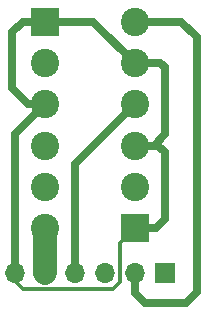
<source format=gtl>
G04 #@! TF.GenerationSoftware,KiCad,Pcbnew,7.0.7*
G04 #@! TF.CreationDate,2024-02-07T12:10:54-08:00*
G04 #@! TF.ProjectId,Raven Expansion,52617665-6e20-4457-9870-616e73696f6e,rev?*
G04 #@! TF.SameCoordinates,Original*
G04 #@! TF.FileFunction,Copper,L1,Top*
G04 #@! TF.FilePolarity,Positive*
%FSLAX46Y46*%
G04 Gerber Fmt 4.6, Leading zero omitted, Abs format (unit mm)*
G04 Created by KiCad (PCBNEW 7.0.7) date 2024-02-07 12:10:54*
%MOMM*%
%LPD*%
G01*
G04 APERTURE LIST*
G04 #@! TA.AperFunction,ComponentPad*
%ADD10R,2.400000X2.400000*%
G04 #@! TD*
G04 #@! TA.AperFunction,ComponentPad*
%ADD11C,2.400000*%
G04 #@! TD*
G04 #@! TA.AperFunction,ComponentPad*
%ADD12R,1.700000X1.700000*%
G04 #@! TD*
G04 #@! TA.AperFunction,ComponentPad*
%ADD13O,1.700000X1.700000*%
G04 #@! TD*
G04 #@! TA.AperFunction,Conductor*
%ADD14C,0.300000*%
G04 #@! TD*
G04 #@! TA.AperFunction,Conductor*
%ADD15C,0.700000*%
G04 #@! TD*
G04 #@! TA.AperFunction,Conductor*
%ADD16C,2.000000*%
G04 #@! TD*
G04 #@! TA.AperFunction,Conductor*
%ADD17C,1.000000*%
G04 #@! TD*
G04 APERTURE END LIST*
D10*
X31810000Y-35130000D03*
D11*
X31810000Y-38630000D03*
X31810000Y-42130000D03*
X31810000Y-45630000D03*
X31810000Y-49130000D03*
X31810000Y-52630000D03*
D10*
X39430000Y-52630000D03*
D11*
X39430000Y-49130000D03*
X39430000Y-45630000D03*
X39430000Y-42130000D03*
X39430000Y-38630000D03*
X39430000Y-35130000D03*
D12*
X41985000Y-56395000D03*
D13*
X39445000Y-56395000D03*
X36905000Y-56395000D03*
X34365000Y-56395000D03*
X31825000Y-56395000D03*
X29285000Y-56395000D03*
D14*
X29285000Y-57095000D02*
X29285000Y-56395000D01*
X29940000Y-57750000D02*
X29285000Y-57095000D01*
X37600000Y-57750000D02*
X29940000Y-57750000D01*
X38200000Y-57150000D02*
X37600000Y-57750000D01*
X38200000Y-53860000D02*
X38200000Y-57150000D01*
X39430000Y-52630000D02*
X38200000Y-53860000D01*
D15*
X39430000Y-52630000D02*
X41190000Y-52630000D01*
X31810000Y-35130000D02*
X35930000Y-35130000D01*
X29050000Y-40790000D02*
X30390000Y-42130000D01*
X29285000Y-44655000D02*
X29285000Y-56395000D01*
X41600000Y-38630000D02*
X41970000Y-39000000D01*
X41970000Y-39000000D02*
X41970000Y-44680000D01*
X41020000Y-45630000D02*
X39430000Y-45630000D01*
X41190000Y-52630000D02*
X41970000Y-51850000D01*
X31810000Y-35130000D02*
X29950000Y-35130000D01*
X41970000Y-46180000D02*
X41420000Y-45630000D01*
X29950000Y-35130000D02*
X29050000Y-36030000D01*
X29050000Y-36030000D02*
X29050000Y-40790000D01*
X31810000Y-42130000D02*
X29285000Y-44655000D01*
X35930000Y-35130000D02*
X39430000Y-38630000D01*
X39430000Y-38630000D02*
X41600000Y-38630000D01*
X30390000Y-42130000D02*
X31810000Y-42130000D01*
X41970000Y-44680000D02*
X41020000Y-45630000D01*
X41420000Y-45630000D02*
X39430000Y-45630000D01*
X41970000Y-51850000D02*
X41970000Y-46180000D01*
X29285000Y-56865000D02*
X29325000Y-56905000D01*
D16*
X31810000Y-52630000D02*
X31810000Y-56380000D01*
D17*
X31810000Y-56380000D02*
X31825000Y-56395000D01*
D15*
X34405000Y-56355000D02*
X34365000Y-56395000D01*
X34405000Y-47155000D02*
X34405000Y-56355000D01*
X39430000Y-42130000D02*
X34405000Y-47155000D01*
X43310000Y-35130000D02*
X44660000Y-36480000D01*
X44660000Y-36480000D02*
X44660000Y-58070000D01*
X43740000Y-58990000D02*
X40300000Y-58990000D01*
X40300000Y-58990000D02*
X39445000Y-58135000D01*
X39430000Y-35130000D02*
X43310000Y-35130000D01*
X44660000Y-58070000D02*
X43740000Y-58990000D01*
X39445000Y-58135000D02*
X39445000Y-56395000D01*
M02*

</source>
